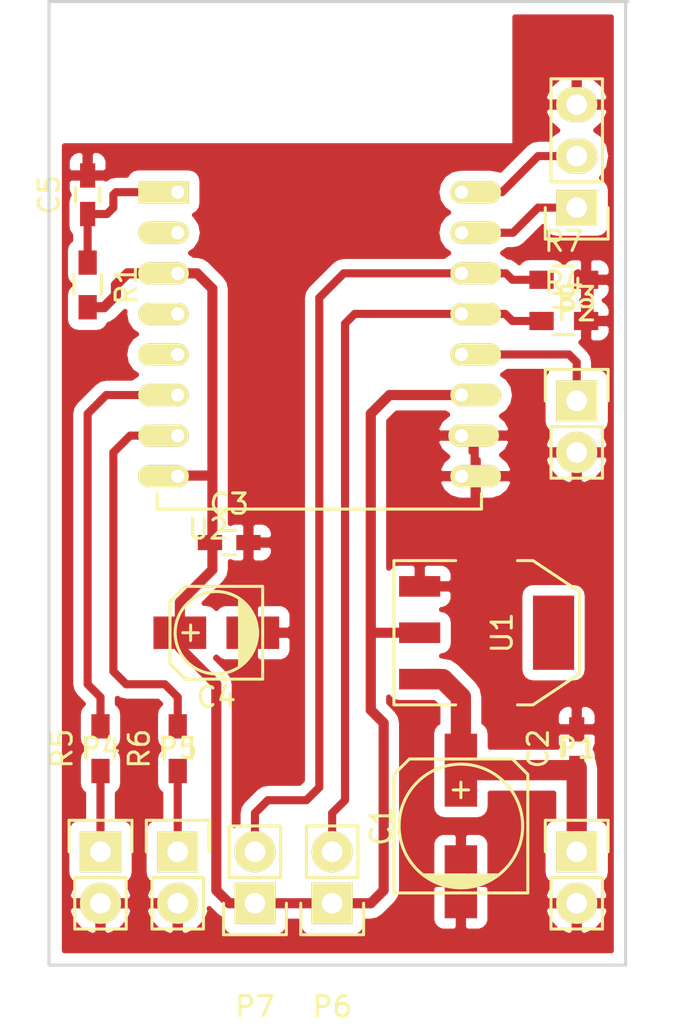
<source format=kicad_pcb>
(kicad_pcb (version 4) (host pcbnew 4.0.2-4+6225~38~ubuntu15.10.1-stable)

  (general
    (links 38)
    (no_connects 0)
    (area 78.711667 73.584999 112.423334 124.185)
    (thickness 1.6)
    (drawings 7)
    (tracks 90)
    (zones 0)
    (modules 19)
    (nets 14)
  )

  (page A4)
  (layers
    (0 F.Cu signal)
    (31 B.Cu signal)
    (32 B.Adhes user)
    (33 F.Adhes user)
    (34 B.Paste user)
    (35 F.Paste user)
    (36 B.SilkS user)
    (37 F.SilkS user)
    (38 B.Mask user)
    (39 F.Mask user)
    (40 Dwgs.User user)
    (41 Cmts.User user)
    (42 Eco1.User user)
    (43 Eco2.User user)
    (44 Edge.Cuts user)
    (45 Margin user)
    (46 B.CrtYd user)
    (47 F.CrtYd user)
    (48 B.Fab user)
    (49 F.Fab user)
  )

  (setup
    (last_trace_width 0.4)
    (trace_clearance 0.2)
    (zone_clearance 0.508)
    (zone_45_only no)
    (trace_min 0.2)
    (segment_width 0.2)
    (edge_width 0.15)
    (via_size 0.6)
    (via_drill 0.4)
    (via_min_size 0.3)
    (via_min_drill 0.4)
    (uvia_size 0.3)
    (uvia_drill 0.1)
    (uvias_allowed no)
    (uvia_min_size 0.2)
    (uvia_min_drill 0.1)
    (pcb_text_width 0.3)
    (pcb_text_size 1.5 1.5)
    (mod_edge_width 0.15)
    (mod_text_size 1 1)
    (mod_text_width 0.15)
    (pad_size 1.524 1.524)
    (pad_drill 0.762)
    (pad_to_mask_clearance 0.2)
    (aux_axis_origin 0 0)
    (visible_elements FFFFFF7F)
    (pcbplotparams
      (layerselection 0x00030_80000001)
      (usegerberextensions false)
      (excludeedgelayer true)
      (linewidth 0.100000)
      (plotframeref false)
      (viasonmask false)
      (mode 1)
      (useauxorigin false)
      (hpglpennumber 1)
      (hpglpenspeed 20)
      (hpglpendiameter 15)
      (hpglpenoverlay 2)
      (psnegative false)
      (psa4output false)
      (plotreference true)
      (plotvalue true)
      (plotinvisibletext false)
      (padsonsilk false)
      (subtractmaskfromsilk false)
      (outputformat 1)
      (mirror false)
      (drillshape 1)
      (scaleselection 1)
      (outputdirectory ""))
  )

  (net 0 "")
  (net 1 +5V)
  (net 2 GND)
  (net 3 +3V3)
  (net 4 "Net-(C5-Pad1)")
  (net 5 /RX)
  (net 6 /TX)
  (net 7 /PROGEN)
  (net 8 "Net-(P4-Pad1)")
  (net 9 "Net-(P5-Pad1)")
  (net 10 "Net-(P6-Pad2)")
  (net 11 "Net-(P7-Pad2)")
  (net 12 /LED_A)
  (net 13 /LED_B)

  (net_class Default "This is the default net class."
    (clearance 0.2)
    (trace_width 0.4)
    (via_dia 0.6)
    (via_drill 0.4)
    (uvia_dia 0.3)
    (uvia_drill 0.1)
    (add_net /LED_A)
    (add_net /LED_B)
    (add_net /PROGEN)
    (add_net /RX)
    (add_net /TX)
    (add_net GND)
    (add_net "Net-(C5-Pad1)")
    (add_net "Net-(P4-Pad1)")
    (add_net "Net-(P5-Pad1)")
    (add_net "Net-(P6-Pad2)")
    (add_net "Net-(P7-Pad2)")
  )

  (net_class pwr33 ""
    (clearance 0.2)
    (trace_width 0.5)
    (via_dia 1.2)
    (via_drill 0.9)
    (uvia_dia 0.3)
    (uvia_drill 0.1)
    (add_net +3V3)
  )

  (net_class pwr5 ""
    (clearance 0.2)
    (trace_width 1)
    (via_dia 0.6)
    (via_drill 0.4)
    (uvia_dia 0.3)
    (uvia_drill 0.1)
    (add_net +5V)
  )

  (module ESP8266:ESP-12 (layer F.Cu) (tedit 55BE5912) (tstamp 570ADFF8)
    (at 87.63 83.058)
    (descr "Module, ESP-8266, ESP-12, 16 pad, SMD")
    (tags "Module ESP-8266 ESP8266")
    (path /570AE005)
    (fp_text reference U2 (at 1.5 16.6) (layer F.SilkS)
      (effects (font (size 1 1) (thickness 0.15)))
    )
    (fp_text value ESP-12 (at 6.992 1) (layer F.Fab)
      (effects (font (size 1 1) (thickness 0.15)))
    )
    (fp_line (start -2.25 -0.5) (end -2.25 -8.75) (layer F.CrtYd) (width 0.05))
    (fp_line (start -2.25 -8.75) (end 15.25 -8.75) (layer F.CrtYd) (width 0.05))
    (fp_line (start 15.25 -8.75) (end 16.25 -8.75) (layer F.CrtYd) (width 0.05))
    (fp_line (start 16.25 -8.75) (end 16.25 16) (layer F.CrtYd) (width 0.05))
    (fp_line (start 16.25 16) (end -2.25 16) (layer F.CrtYd) (width 0.05))
    (fp_line (start -2.25 16) (end -2.25 -0.5) (layer F.CrtYd) (width 0.05))
    (fp_line (start -1.016 -8.382) (end 14.986 -8.382) (layer F.CrtYd) (width 0.1524))
    (fp_line (start 14.986 -8.382) (end 14.986 -0.889) (layer F.CrtYd) (width 0.1524))
    (fp_line (start -1.016 -8.382) (end -1.016 -1.016) (layer F.CrtYd) (width 0.1524))
    (fp_line (start -1.016 14.859) (end -1.016 15.621) (layer F.SilkS) (width 0.1524))
    (fp_line (start -1.016 15.621) (end 14.986 15.621) (layer F.SilkS) (width 0.1524))
    (fp_line (start 14.986 15.621) (end 14.986 14.859) (layer F.SilkS) (width 0.1524))
    (fp_line (start 14.992 -8.4) (end -1.008 -2.6) (layer F.CrtYd) (width 0.1524))
    (fp_line (start -1.008 -8.4) (end 14.992 -2.6) (layer F.CrtYd) (width 0.1524))
    (fp_text user "No Copper" (at 6.892 -5.4) (layer F.CrtYd)
      (effects (font (size 1 1) (thickness 0.15)))
    )
    (fp_line (start -1.008 -2.6) (end 14.992 -2.6) (layer F.CrtYd) (width 0.1524))
    (fp_line (start 15 -8.4) (end 15 15.6) (layer F.Fab) (width 0.05))
    (fp_line (start 14.992 15.6) (end -1.008 15.6) (layer F.Fab) (width 0.05))
    (fp_line (start -1.008 15.6) (end -1.008 -8.4) (layer F.Fab) (width 0.05))
    (fp_line (start -1.008 -8.4) (end 14.992 -8.4) (layer F.Fab) (width 0.05))
    (pad 1 thru_hole rect (at 0 0) (size 2.5 1.1) (drill 0.65 (offset -0.7 0)) (layers *.Cu *.Mask F.SilkS)
      (net 4 "Net-(C5-Pad1)"))
    (pad 2 thru_hole oval (at 0 2) (size 2.5 1.1) (drill 0.65 (offset -0.7 0)) (layers *.Cu *.Mask F.SilkS))
    (pad 3 thru_hole oval (at 0 4) (size 2.5 1.1) (drill 0.65 (offset -0.7 0)) (layers *.Cu *.Mask F.SilkS)
      (net 3 +3V3))
    (pad 4 thru_hole oval (at 0 6) (size 2.5 1.1) (drill 0.65 (offset -0.7 0)) (layers *.Cu *.Mask F.SilkS))
    (pad 5 thru_hole oval (at 0 8) (size 2.5 1.1) (drill 0.65 (offset -0.7 0)) (layers *.Cu *.Mask F.SilkS))
    (pad 6 thru_hole oval (at 0 10) (size 2.5 1.1) (drill 0.65 (offset -0.7 0)) (layers *.Cu *.Mask F.SilkS)
      (net 12 /LED_A))
    (pad 7 thru_hole oval (at 0 12) (size 2.5 1.1) (drill 0.65 (offset -0.7 0)) (layers *.Cu *.Mask F.SilkS)
      (net 13 /LED_B))
    (pad 8 thru_hole oval (at 0 14) (size 2.5 1.1) (drill 0.65 (offset -0.7 0)) (layers *.Cu *.Mask F.SilkS)
      (net 3 +3V3))
    (pad 9 thru_hole oval (at 14 14) (size 2.5 1.1) (drill 0.65 (offset 0.7 0)) (layers *.Cu *.Mask F.SilkS)
      (net 2 GND))
    (pad 10 thru_hole oval (at 14 12) (size 2.5 1.1) (drill 0.65 (offset 0.6 0)) (layers *.Cu *.Mask F.SilkS)
      (net 2 GND))
    (pad 11 thru_hole oval (at 14 10) (size 2.5 1.1) (drill 0.65 (offset 0.7 0)) (layers *.Cu *.Mask F.SilkS)
      (net 3 +3V3))
    (pad 12 thru_hole oval (at 14 8) (size 2.5 1.1) (drill 0.65 (offset 0.7 0)) (layers *.Cu *.Mask F.SilkS)
      (net 7 /PROGEN))
    (pad 13 thru_hole oval (at 14 6) (size 2.5 1.1) (drill 0.65 (offset 0.7 0)) (layers *.Cu *.Mask F.SilkS)
      (net 10 "Net-(P6-Pad2)"))
    (pad 14 thru_hole oval (at 14 4) (size 2.5 1.1) (drill 0.65 (offset 0.7 0)) (layers *.Cu *.Mask F.SilkS)
      (net 11 "Net-(P7-Pad2)"))
    (pad 15 thru_hole oval (at 14 2) (size 2.5 1.1) (drill 0.65 (offset 0.7 0)) (layers *.Cu *.Mask F.SilkS)
      (net 5 /RX))
    (pad 16 thru_hole oval (at 14 0) (size 2.5 1.1) (drill 0.65 (offset 0.7 0)) (layers *.Cu *.Mask F.SilkS)
      (net 6 /TX))
    (model ${ESPLIB}/ESP8266.3dshapes/ESP-12.wrl
      (at (xyz 0 0 0))
      (scale (xyz 0.3937 0.3937 0.3937))
      (rotate (xyz 0 0 0))
    )
  )

  (module Pin_Headers:Pin_Header_Straight_1x02 (layer F.Cu) (tedit 54EA090C) (tstamp 570979F1)
    (at 87.63 115.57)
    (descr "Through hole pin header")
    (tags "pin header")
    (path /5706C382)
    (fp_text reference P5 (at 0 -5.1) (layer F.SilkS)
      (effects (font (size 1 1) (thickness 0.15)))
    )
    (fp_text value CONN_01X02 (at 0 -3.1) (layer F.Fab)
      (effects (font (size 1 1) (thickness 0.15)))
    )
    (fp_line (start 1.27 1.27) (end 1.27 3.81) (layer F.SilkS) (width 0.15))
    (fp_line (start 1.55 -1.55) (end 1.55 0) (layer F.SilkS) (width 0.15))
    (fp_line (start -1.75 -1.75) (end -1.75 4.3) (layer F.CrtYd) (width 0.05))
    (fp_line (start 1.75 -1.75) (end 1.75 4.3) (layer F.CrtYd) (width 0.05))
    (fp_line (start -1.75 -1.75) (end 1.75 -1.75) (layer F.CrtYd) (width 0.05))
    (fp_line (start -1.75 4.3) (end 1.75 4.3) (layer F.CrtYd) (width 0.05))
    (fp_line (start 1.27 1.27) (end -1.27 1.27) (layer F.SilkS) (width 0.15))
    (fp_line (start -1.55 0) (end -1.55 -1.55) (layer F.SilkS) (width 0.15))
    (fp_line (start -1.55 -1.55) (end 1.55 -1.55) (layer F.SilkS) (width 0.15))
    (fp_line (start -1.27 1.27) (end -1.27 3.81) (layer F.SilkS) (width 0.15))
    (fp_line (start -1.27 3.81) (end 1.27 3.81) (layer F.SilkS) (width 0.15))
    (pad 1 thru_hole rect (at 0 0) (size 2.032 2.032) (drill 1.016) (layers *.Cu *.Mask F.SilkS)
      (net 9 "Net-(P5-Pad1)"))
    (pad 2 thru_hole oval (at 0 2.54) (size 2.032 2.032) (drill 1.016) (layers *.Cu *.Mask F.SilkS)
      (net 2 GND))
    (model Pin_Headers.3dshapes/Pin_Header_Straight_1x02.wrl
      (at (xyz 0 -0.05 0))
      (scale (xyz 1 1 1))
      (rotate (xyz 0 0 90))
    )
  )

  (module Capacitors_SMD:C_0603_HandSoldering (layer F.Cu) (tedit 541A9B4D) (tstamp 570979C0)
    (at 107.315 110.49 90)
    (descr "Capacitor SMD 0603, hand soldering")
    (tags "capacitor 0603")
    (path /57081A3F)
    (attr smd)
    (fp_text reference C2 (at 0 -1.9 90) (layer F.SilkS)
      (effects (font (size 1 1) (thickness 0.15)))
    )
    (fp_text value 100n (at 0 1.9 90) (layer F.Fab)
      (effects (font (size 1 1) (thickness 0.15)))
    )
    (fp_line (start -1.85 -0.75) (end 1.85 -0.75) (layer F.CrtYd) (width 0.05))
    (fp_line (start -1.85 0.75) (end 1.85 0.75) (layer F.CrtYd) (width 0.05))
    (fp_line (start -1.85 -0.75) (end -1.85 0.75) (layer F.CrtYd) (width 0.05))
    (fp_line (start 1.85 -0.75) (end 1.85 0.75) (layer F.CrtYd) (width 0.05))
    (fp_line (start -0.35 -0.6) (end 0.35 -0.6) (layer F.SilkS) (width 0.15))
    (fp_line (start 0.35 0.6) (end -0.35 0.6) (layer F.SilkS) (width 0.15))
    (pad 1 smd rect (at -0.95 0 90) (size 1.2 0.75) (layers F.Cu F.Paste F.Mask)
      (net 1 +5V))
    (pad 2 smd rect (at 0.95 0 90) (size 1.2 0.75) (layers F.Cu F.Paste F.Mask)
      (net 2 GND))
    (model Capacitors_SMD.3dshapes/C_0603_HandSoldering.wrl
      (at (xyz 0 0 0))
      (scale (xyz 1 1 1))
      (rotate (xyz 0 0 0))
    )
  )

  (module Capacitors_SMD:C_0603_HandSoldering (layer F.Cu) (tedit 570FF40E) (tstamp 570979C6)
    (at 90.17 100.33)
    (descr "Capacitor SMD 0603, hand soldering")
    (tags "capacitor 0603")
    (path /57081A7C)
    (attr smd)
    (fp_text reference C3 (at 0 -1.9) (layer F.SilkS)
      (effects (font (size 1 1) (thickness 0.15)))
    )
    (fp_text value 100n (at 0 1.524) (layer F.Fab)
      (effects (font (size 1 1) (thickness 0.15)))
    )
    (fp_line (start -1.85 -0.75) (end 1.85 -0.75) (layer F.CrtYd) (width 0.05))
    (fp_line (start -1.85 0.75) (end 1.85 0.75) (layer F.CrtYd) (width 0.05))
    (fp_line (start -1.85 -0.75) (end -1.85 0.75) (layer F.CrtYd) (width 0.05))
    (fp_line (start 1.85 -0.75) (end 1.85 0.75) (layer F.CrtYd) (width 0.05))
    (fp_line (start -0.35 -0.6) (end 0.35 -0.6) (layer F.SilkS) (width 0.15))
    (fp_line (start 0.35 0.6) (end -0.35 0.6) (layer F.SilkS) (width 0.15))
    (pad 1 smd rect (at -0.95 0) (size 1.2 0.75) (layers F.Cu F.Paste F.Mask)
      (net 3 +3V3))
    (pad 2 smd rect (at 0.95 0) (size 1.2 0.75) (layers F.Cu F.Paste F.Mask)
      (net 2 GND))
    (model Capacitors_SMD.3dshapes/C_0603_HandSoldering.wrl
      (at (xyz 0 0 0))
      (scale (xyz 1 1 1))
      (rotate (xyz 0 0 0))
    )
  )

  (module Capacitors_SMD:C_0603_HandSoldering (layer F.Cu) (tedit 541A9B4D) (tstamp 570979D2)
    (at 83.185 83.185 90)
    (descr "Capacitor SMD 0603, hand soldering")
    (tags "capacitor 0603")
    (path /570A0C4F)
    (attr smd)
    (fp_text reference C5 (at 0 -1.9 90) (layer F.SilkS)
      (effects (font (size 1 1) (thickness 0.15)))
    )
    (fp_text value 100n (at 0 1.9 90) (layer F.Fab)
      (effects (font (size 1 1) (thickness 0.15)))
    )
    (fp_line (start -1.85 -0.75) (end 1.85 -0.75) (layer F.CrtYd) (width 0.05))
    (fp_line (start -1.85 0.75) (end 1.85 0.75) (layer F.CrtYd) (width 0.05))
    (fp_line (start -1.85 -0.75) (end -1.85 0.75) (layer F.CrtYd) (width 0.05))
    (fp_line (start 1.85 -0.75) (end 1.85 0.75) (layer F.CrtYd) (width 0.05))
    (fp_line (start -0.35 -0.6) (end 0.35 -0.6) (layer F.SilkS) (width 0.15))
    (fp_line (start 0.35 0.6) (end -0.35 0.6) (layer F.SilkS) (width 0.15))
    (pad 1 smd rect (at -0.95 0 90) (size 1.2 0.75) (layers F.Cu F.Paste F.Mask)
      (net 4 "Net-(C5-Pad1)"))
    (pad 2 smd rect (at 0.95 0 90) (size 1.2 0.75) (layers F.Cu F.Paste F.Mask)
      (net 2 GND))
    (model Capacitors_SMD.3dshapes/C_0603_HandSoldering.wrl
      (at (xyz 0 0 0))
      (scale (xyz 1 1 1))
      (rotate (xyz 0 0 0))
    )
  )

  (module Pin_Headers:Pin_Header_Straight_1x02 (layer F.Cu) (tedit 54EA090C) (tstamp 570979D8)
    (at 107.315 115.57)
    (descr "Through hole pin header")
    (tags "pin header")
    (path /5706C26C)
    (fp_text reference P1 (at 0 -5.1) (layer F.SilkS)
      (effects (font (size 1 1) (thickness 0.15)))
    )
    (fp_text value CONN_01X02 (at 0 -3.1) (layer F.Fab)
      (effects (font (size 1 1) (thickness 0.15)))
    )
    (fp_line (start 1.27 1.27) (end 1.27 3.81) (layer F.SilkS) (width 0.15))
    (fp_line (start 1.55 -1.55) (end 1.55 0) (layer F.SilkS) (width 0.15))
    (fp_line (start -1.75 -1.75) (end -1.75 4.3) (layer F.CrtYd) (width 0.05))
    (fp_line (start 1.75 -1.75) (end 1.75 4.3) (layer F.CrtYd) (width 0.05))
    (fp_line (start -1.75 -1.75) (end 1.75 -1.75) (layer F.CrtYd) (width 0.05))
    (fp_line (start -1.75 4.3) (end 1.75 4.3) (layer F.CrtYd) (width 0.05))
    (fp_line (start 1.27 1.27) (end -1.27 1.27) (layer F.SilkS) (width 0.15))
    (fp_line (start -1.55 0) (end -1.55 -1.55) (layer F.SilkS) (width 0.15))
    (fp_line (start -1.55 -1.55) (end 1.55 -1.55) (layer F.SilkS) (width 0.15))
    (fp_line (start -1.27 1.27) (end -1.27 3.81) (layer F.SilkS) (width 0.15))
    (fp_line (start -1.27 3.81) (end 1.27 3.81) (layer F.SilkS) (width 0.15))
    (pad 1 thru_hole rect (at 0 0) (size 2.032 2.032) (drill 1.016) (layers *.Cu *.Mask F.SilkS)
      (net 1 +5V))
    (pad 2 thru_hole oval (at 0 2.54) (size 2.032 2.032) (drill 1.016) (layers *.Cu *.Mask F.SilkS)
      (net 2 GND))
    (model Pin_Headers.3dshapes/Pin_Header_Straight_1x02.wrl
      (at (xyz 0 -0.05 0))
      (scale (xyz 1 1 1))
      (rotate (xyz 0 0 90))
    )
  )

  (module Pin_Headers:Pin_Header_Straight_1x03 (layer F.Cu) (tedit 57098929) (tstamp 570979DF)
    (at 107.315 83.82 180)
    (descr "Through hole pin header")
    (tags "pin header")
    (path /57081F1F)
    (fp_text reference P2 (at 0 -5.08 180) (layer F.SilkS)
      (effects (font (size 1 1) (thickness 0.15)))
    )
    (fp_text value CONN_01X03 (at 0 -3.1 180) (layer F.Fab)
      (effects (font (size 1 1) (thickness 0.15)))
    )
    (fp_line (start -1.75 -1.75) (end -1.75 6.85) (layer F.CrtYd) (width 0.05))
    (fp_line (start 1.75 -1.75) (end 1.75 6.85) (layer F.CrtYd) (width 0.05))
    (fp_line (start -1.75 -1.75) (end 1.75 -1.75) (layer F.CrtYd) (width 0.05))
    (fp_line (start -1.75 6.85) (end 1.75 6.85) (layer F.CrtYd) (width 0.05))
    (fp_line (start -1.27 1.27) (end -1.27 6.35) (layer F.SilkS) (width 0.15))
    (fp_line (start -1.27 6.35) (end 1.27 6.35) (layer F.SilkS) (width 0.15))
    (fp_line (start 1.27 6.35) (end 1.27 1.27) (layer F.SilkS) (width 0.15))
    (fp_line (start 1.55 -1.55) (end 1.55 0) (layer F.SilkS) (width 0.15))
    (fp_line (start 1.27 1.27) (end -1.27 1.27) (layer F.SilkS) (width 0.15))
    (fp_line (start -1.55 0) (end -1.55 -1.55) (layer F.SilkS) (width 0.15))
    (fp_line (start -1.55 -1.55) (end 1.55 -1.55) (layer F.SilkS) (width 0.15))
    (pad 1 thru_hole rect (at 0 0 180) (size 2.032 1.7272) (drill 1.016) (layers *.Cu *.Mask F.SilkS)
      (net 5 /RX))
    (pad 2 thru_hole oval (at 0 2.54 180) (size 2.032 1.7272) (drill 1.016) (layers *.Cu *.Mask F.SilkS)
      (net 6 /TX))
    (pad 3 thru_hole oval (at 0 5.08 180) (size 2.032 1.7272) (drill 1.016) (layers *.Cu *.Mask F.SilkS)
      (net 2 GND))
    (model Pin_Headers.3dshapes/Pin_Header_Straight_1x03.wrl
      (at (xyz 0 -0.1 0))
      (scale (xyz 1 1 1))
      (rotate (xyz 0 0 90))
    )
  )

  (module Pin_Headers:Pin_Header_Straight_1x02 (layer F.Cu) (tedit 54EA090C) (tstamp 570979E5)
    (at 107.315 93.345)
    (descr "Through hole pin header")
    (tags "pin header")
    (path /57083328)
    (fp_text reference P3 (at 0 -5.1) (layer F.SilkS)
      (effects (font (size 1 1) (thickness 0.15)))
    )
    (fp_text value CONN_01X02 (at 0 -3.1) (layer F.Fab)
      (effects (font (size 1 1) (thickness 0.15)))
    )
    (fp_line (start 1.27 1.27) (end 1.27 3.81) (layer F.SilkS) (width 0.15))
    (fp_line (start 1.55 -1.55) (end 1.55 0) (layer F.SilkS) (width 0.15))
    (fp_line (start -1.75 -1.75) (end -1.75 4.3) (layer F.CrtYd) (width 0.05))
    (fp_line (start 1.75 -1.75) (end 1.75 4.3) (layer F.CrtYd) (width 0.05))
    (fp_line (start -1.75 -1.75) (end 1.75 -1.75) (layer F.CrtYd) (width 0.05))
    (fp_line (start -1.75 4.3) (end 1.75 4.3) (layer F.CrtYd) (width 0.05))
    (fp_line (start 1.27 1.27) (end -1.27 1.27) (layer F.SilkS) (width 0.15))
    (fp_line (start -1.55 0) (end -1.55 -1.55) (layer F.SilkS) (width 0.15))
    (fp_line (start -1.55 -1.55) (end 1.55 -1.55) (layer F.SilkS) (width 0.15))
    (fp_line (start -1.27 1.27) (end -1.27 3.81) (layer F.SilkS) (width 0.15))
    (fp_line (start -1.27 3.81) (end 1.27 3.81) (layer F.SilkS) (width 0.15))
    (pad 1 thru_hole rect (at 0 0) (size 2.032 2.032) (drill 1.016) (layers *.Cu *.Mask F.SilkS)
      (net 7 /PROGEN))
    (pad 2 thru_hole oval (at 0 2.54) (size 2.032 2.032) (drill 1.016) (layers *.Cu *.Mask F.SilkS)
      (net 2 GND))
    (model Pin_Headers.3dshapes/Pin_Header_Straight_1x02.wrl
      (at (xyz 0 -0.05 0))
      (scale (xyz 1 1 1))
      (rotate (xyz 0 0 90))
    )
  )

  (module Pin_Headers:Pin_Header_Straight_1x02 (layer F.Cu) (tedit 54EA090C) (tstamp 570979EB)
    (at 83.82 115.57)
    (descr "Through hole pin header")
    (tags "pin header")
    (path /5706C321)
    (fp_text reference P4 (at 0 -5.1) (layer F.SilkS)
      (effects (font (size 1 1) (thickness 0.15)))
    )
    (fp_text value CONN_01X02 (at 0 -3.1) (layer F.Fab)
      (effects (font (size 1 1) (thickness 0.15)))
    )
    (fp_line (start 1.27 1.27) (end 1.27 3.81) (layer F.SilkS) (width 0.15))
    (fp_line (start 1.55 -1.55) (end 1.55 0) (layer F.SilkS) (width 0.15))
    (fp_line (start -1.75 -1.75) (end -1.75 4.3) (layer F.CrtYd) (width 0.05))
    (fp_line (start 1.75 -1.75) (end 1.75 4.3) (layer F.CrtYd) (width 0.05))
    (fp_line (start -1.75 -1.75) (end 1.75 -1.75) (layer F.CrtYd) (width 0.05))
    (fp_line (start -1.75 4.3) (end 1.75 4.3) (layer F.CrtYd) (width 0.05))
    (fp_line (start 1.27 1.27) (end -1.27 1.27) (layer F.SilkS) (width 0.15))
    (fp_line (start -1.55 0) (end -1.55 -1.55) (layer F.SilkS) (width 0.15))
    (fp_line (start -1.55 -1.55) (end 1.55 -1.55) (layer F.SilkS) (width 0.15))
    (fp_line (start -1.27 1.27) (end -1.27 3.81) (layer F.SilkS) (width 0.15))
    (fp_line (start -1.27 3.81) (end 1.27 3.81) (layer F.SilkS) (width 0.15))
    (pad 1 thru_hole rect (at 0 0) (size 2.032 2.032) (drill 1.016) (layers *.Cu *.Mask F.SilkS)
      (net 8 "Net-(P4-Pad1)"))
    (pad 2 thru_hole oval (at 0 2.54) (size 2.032 2.032) (drill 1.016) (layers *.Cu *.Mask F.SilkS)
      (net 2 GND))
    (model Pin_Headers.3dshapes/Pin_Header_Straight_1x02.wrl
      (at (xyz 0 -0.05 0))
      (scale (xyz 1 1 1))
      (rotate (xyz 0 0 90))
    )
  )

  (module Pin_Headers:Pin_Header_Straight_1x02 (layer F.Cu) (tedit 54EA090C) (tstamp 570979F7)
    (at 95.25 118.11 180)
    (descr "Through hole pin header")
    (tags "pin header")
    (path /5706C4E6)
    (fp_text reference P6 (at 0 -5.1 180) (layer F.SilkS)
      (effects (font (size 1 1) (thickness 0.15)))
    )
    (fp_text value CONN_01X02 (at 0 -3.1 180) (layer F.Fab)
      (effects (font (size 1 1) (thickness 0.15)))
    )
    (fp_line (start 1.27 1.27) (end 1.27 3.81) (layer F.SilkS) (width 0.15))
    (fp_line (start 1.55 -1.55) (end 1.55 0) (layer F.SilkS) (width 0.15))
    (fp_line (start -1.75 -1.75) (end -1.75 4.3) (layer F.CrtYd) (width 0.05))
    (fp_line (start 1.75 -1.75) (end 1.75 4.3) (layer F.CrtYd) (width 0.05))
    (fp_line (start -1.75 -1.75) (end 1.75 -1.75) (layer F.CrtYd) (width 0.05))
    (fp_line (start -1.75 4.3) (end 1.75 4.3) (layer F.CrtYd) (width 0.05))
    (fp_line (start 1.27 1.27) (end -1.27 1.27) (layer F.SilkS) (width 0.15))
    (fp_line (start -1.55 0) (end -1.55 -1.55) (layer F.SilkS) (width 0.15))
    (fp_line (start -1.55 -1.55) (end 1.55 -1.55) (layer F.SilkS) (width 0.15))
    (fp_line (start -1.27 1.27) (end -1.27 3.81) (layer F.SilkS) (width 0.15))
    (fp_line (start -1.27 3.81) (end 1.27 3.81) (layer F.SilkS) (width 0.15))
    (pad 1 thru_hole rect (at 0 0 180) (size 2.032 2.032) (drill 1.016) (layers *.Cu *.Mask F.SilkS)
      (net 3 +3V3))
    (pad 2 thru_hole oval (at 0 2.54 180) (size 2.032 2.032) (drill 1.016) (layers *.Cu *.Mask F.SilkS)
      (net 10 "Net-(P6-Pad2)"))
    (model Pin_Headers.3dshapes/Pin_Header_Straight_1x02.wrl
      (at (xyz 0 -0.05 0))
      (scale (xyz 1 1 1))
      (rotate (xyz 0 0 90))
    )
  )

  (module Pin_Headers:Pin_Header_Straight_1x02 (layer F.Cu) (tedit 570ADA83) (tstamp 570979FD)
    (at 91.44 118.11 180)
    (descr "Through hole pin header")
    (tags "pin header")
    (path /5706C3E9)
    (fp_text reference P7 (at 0 -5.1 180) (layer F.SilkS)
      (effects (font (size 1 1) (thickness 0.15)))
    )
    (fp_text value CONN_01X02 (at 0 -2.54 180) (layer F.Fab)
      (effects (font (size 1 1) (thickness 0.15)))
    )
    (fp_line (start 1.27 1.27) (end 1.27 3.81) (layer F.SilkS) (width 0.15))
    (fp_line (start 1.55 -1.55) (end 1.55 0) (layer F.SilkS) (width 0.15))
    (fp_line (start -1.75 -1.75) (end -1.75 4.3) (layer F.CrtYd) (width 0.05))
    (fp_line (start 1.75 -1.75) (end 1.75 4.3) (layer F.CrtYd) (width 0.05))
    (fp_line (start -1.75 -1.75) (end 1.75 -1.75) (layer F.CrtYd) (width 0.05))
    (fp_line (start -1.75 4.3) (end 1.75 4.3) (layer F.CrtYd) (width 0.05))
    (fp_line (start 1.27 1.27) (end -1.27 1.27) (layer F.SilkS) (width 0.15))
    (fp_line (start -1.55 0) (end -1.55 -1.55) (layer F.SilkS) (width 0.15))
    (fp_line (start -1.55 -1.55) (end 1.55 -1.55) (layer F.SilkS) (width 0.15))
    (fp_line (start -1.27 1.27) (end -1.27 3.81) (layer F.SilkS) (width 0.15))
    (fp_line (start -1.27 3.81) (end 1.27 3.81) (layer F.SilkS) (width 0.15))
    (pad 1 thru_hole rect (at 0 0 180) (size 2.032 2.032) (drill 1.016) (layers *.Cu *.Mask F.SilkS)
      (net 3 +3V3))
    (pad 2 thru_hole oval (at 0 2.54 180) (size 2.032 2.032) (drill 1.016) (layers *.Cu *.Mask F.SilkS)
      (net 11 "Net-(P7-Pad2)"))
    (model Pin_Headers.3dshapes/Pin_Header_Straight_1x02.wrl
      (at (xyz 0 -0.05 0))
      (scale (xyz 1 1 1))
      (rotate (xyz 0 0 90))
    )
  )

  (module Resistors_SMD:R_0603_HandSoldering (layer F.Cu) (tedit 5418A00F) (tstamp 57097A03)
    (at 83.185 87.63 270)
    (descr "Resistor SMD 0603, hand soldering")
    (tags "resistor 0603")
    (path /5709FF63)
    (attr smd)
    (fp_text reference R1 (at 0 -1.9 270) (layer F.SilkS)
      (effects (font (size 1 1) (thickness 0.15)))
    )
    (fp_text value R (at 0 1.9 270) (layer F.Fab)
      (effects (font (size 1 1) (thickness 0.15)))
    )
    (fp_line (start -2 -0.8) (end 2 -0.8) (layer F.CrtYd) (width 0.05))
    (fp_line (start -2 0.8) (end 2 0.8) (layer F.CrtYd) (width 0.05))
    (fp_line (start -2 -0.8) (end -2 0.8) (layer F.CrtYd) (width 0.05))
    (fp_line (start 2 -0.8) (end 2 0.8) (layer F.CrtYd) (width 0.05))
    (fp_line (start 0.5 0.675) (end -0.5 0.675) (layer F.SilkS) (width 0.15))
    (fp_line (start -0.5 -0.675) (end 0.5 -0.675) (layer F.SilkS) (width 0.15))
    (pad 1 smd rect (at -1.1 0 270) (size 1.2 0.9) (layers F.Cu F.Paste F.Mask)
      (net 4 "Net-(C5-Pad1)"))
    (pad 2 smd rect (at 1.1 0 270) (size 1.2 0.9) (layers F.Cu F.Paste F.Mask)
      (net 3 +3V3))
    (model Resistors_SMD.3dshapes/R_0603_HandSoldering.wrl
      (at (xyz 0 0 0))
      (scale (xyz 1 1 1))
      (rotate (xyz 0 0 0))
    )
  )

  (module Resistors_SMD:R_0603_HandSoldering (layer F.Cu) (tedit 5418A00F) (tstamp 57097A15)
    (at 106.68 89.408)
    (descr "Resistor SMD 0603, hand soldering")
    (tags "resistor 0603")
    (path /5706E200)
    (attr smd)
    (fp_text reference R4 (at 0 -1.9) (layer F.SilkS)
      (effects (font (size 1 1) (thickness 0.15)))
    )
    (fp_text value R (at 0 1.9) (layer F.Fab)
      (effects (font (size 1 1) (thickness 0.15)))
    )
    (fp_line (start -2 -0.8) (end 2 -0.8) (layer F.CrtYd) (width 0.05))
    (fp_line (start -2 0.8) (end 2 0.8) (layer F.CrtYd) (width 0.05))
    (fp_line (start -2 -0.8) (end -2 0.8) (layer F.CrtYd) (width 0.05))
    (fp_line (start 2 -0.8) (end 2 0.8) (layer F.CrtYd) (width 0.05))
    (fp_line (start 0.5 0.675) (end -0.5 0.675) (layer F.SilkS) (width 0.15))
    (fp_line (start -0.5 -0.675) (end 0.5 -0.675) (layer F.SilkS) (width 0.15))
    (pad 1 smd rect (at -1.1 0) (size 1.2 0.9) (layers F.Cu F.Paste F.Mask)
      (net 10 "Net-(P6-Pad2)"))
    (pad 2 smd rect (at 1.1 0) (size 1.2 0.9) (layers F.Cu F.Paste F.Mask)
      (net 2 GND))
    (model Resistors_SMD.3dshapes/R_0603_HandSoldering.wrl
      (at (xyz 0 0 0))
      (scale (xyz 1 1 1))
      (rotate (xyz 0 0 0))
    )
  )

  (module Resistors_SMD:R_0603_HandSoldering (layer F.Cu) (tedit 5418A00F) (tstamp 57097A1B)
    (at 83.82 110.49 90)
    (descr "Resistor SMD 0603, hand soldering")
    (tags "resistor 0603")
    (path /5706FD74)
    (attr smd)
    (fp_text reference R5 (at 0 -1.9 90) (layer F.SilkS)
      (effects (font (size 1 1) (thickness 0.15)))
    )
    (fp_text value R (at 0 1.9 90) (layer F.Fab)
      (effects (font (size 1 1) (thickness 0.15)))
    )
    (fp_line (start -2 -0.8) (end 2 -0.8) (layer F.CrtYd) (width 0.05))
    (fp_line (start -2 0.8) (end 2 0.8) (layer F.CrtYd) (width 0.05))
    (fp_line (start -2 -0.8) (end -2 0.8) (layer F.CrtYd) (width 0.05))
    (fp_line (start 2 -0.8) (end 2 0.8) (layer F.CrtYd) (width 0.05))
    (fp_line (start 0.5 0.675) (end -0.5 0.675) (layer F.SilkS) (width 0.15))
    (fp_line (start -0.5 -0.675) (end 0.5 -0.675) (layer F.SilkS) (width 0.15))
    (pad 1 smd rect (at -1.1 0 90) (size 1.2 0.9) (layers F.Cu F.Paste F.Mask)
      (net 8 "Net-(P4-Pad1)"))
    (pad 2 smd rect (at 1.1 0 90) (size 1.2 0.9) (layers F.Cu F.Paste F.Mask)
      (net 12 /LED_A))
    (model Resistors_SMD.3dshapes/R_0603_HandSoldering.wrl
      (at (xyz 0 0 0))
      (scale (xyz 1 1 1))
      (rotate (xyz 0 0 0))
    )
  )

  (module Resistors_SMD:R_0603_HandSoldering (layer F.Cu) (tedit 5418A00F) (tstamp 57097A21)
    (at 87.63 110.49 90)
    (descr "Resistor SMD 0603, hand soldering")
    (tags "resistor 0603")
    (path /57070ABE)
    (attr smd)
    (fp_text reference R6 (at 0 -1.9 90) (layer F.SilkS)
      (effects (font (size 1 1) (thickness 0.15)))
    )
    (fp_text value R (at 0 1.9 90) (layer F.Fab)
      (effects (font (size 1 1) (thickness 0.15)))
    )
    (fp_line (start -2 -0.8) (end 2 -0.8) (layer F.CrtYd) (width 0.05))
    (fp_line (start -2 0.8) (end 2 0.8) (layer F.CrtYd) (width 0.05))
    (fp_line (start -2 -0.8) (end -2 0.8) (layer F.CrtYd) (width 0.05))
    (fp_line (start 2 -0.8) (end 2 0.8) (layer F.CrtYd) (width 0.05))
    (fp_line (start 0.5 0.675) (end -0.5 0.675) (layer F.SilkS) (width 0.15))
    (fp_line (start -0.5 -0.675) (end 0.5 -0.675) (layer F.SilkS) (width 0.15))
    (pad 1 smd rect (at -1.1 0 90) (size 1.2 0.9) (layers F.Cu F.Paste F.Mask)
      (net 9 "Net-(P5-Pad1)"))
    (pad 2 smd rect (at 1.1 0 90) (size 1.2 0.9) (layers F.Cu F.Paste F.Mask)
      (net 13 /LED_B))
    (model Resistors_SMD.3dshapes/R_0603_HandSoldering.wrl
      (at (xyz 0 0 0))
      (scale (xyz 1 1 1))
      (rotate (xyz 0 0 0))
    )
  )

  (module Resistors_SMD:R_0603_HandSoldering (layer F.Cu) (tedit 5418A00F) (tstamp 57097A27)
    (at 106.68 87.376)
    (descr "Resistor SMD 0603, hand soldering")
    (tags "resistor 0603")
    (path /5706E29D)
    (attr smd)
    (fp_text reference R7 (at 0 -1.9) (layer F.SilkS)
      (effects (font (size 1 1) (thickness 0.15)))
    )
    (fp_text value R (at 0 1.9) (layer F.Fab)
      (effects (font (size 1 1) (thickness 0.15)))
    )
    (fp_line (start -2 -0.8) (end 2 -0.8) (layer F.CrtYd) (width 0.05))
    (fp_line (start -2 0.8) (end 2 0.8) (layer F.CrtYd) (width 0.05))
    (fp_line (start -2 -0.8) (end -2 0.8) (layer F.CrtYd) (width 0.05))
    (fp_line (start 2 -0.8) (end 2 0.8) (layer F.CrtYd) (width 0.05))
    (fp_line (start 0.5 0.675) (end -0.5 0.675) (layer F.SilkS) (width 0.15))
    (fp_line (start -0.5 -0.675) (end 0.5 -0.675) (layer F.SilkS) (width 0.15))
    (pad 1 smd rect (at -1.1 0) (size 1.2 0.9) (layers F.Cu F.Paste F.Mask)
      (net 11 "Net-(P7-Pad2)"))
    (pad 2 smd rect (at 1.1 0) (size 1.2 0.9) (layers F.Cu F.Paste F.Mask)
      (net 2 GND))
    (model Resistors_SMD.3dshapes/R_0603_HandSoldering.wrl
      (at (xyz 0 0 0))
      (scale (xyz 1 1 1))
      (rotate (xyz 0 0 0))
    )
  )

  (module TO_SOT_Packages_SMD:SOT-223 (layer F.Cu) (tedit 0) (tstamp 57097A2F)
    (at 102.87 104.775 270)
    (descr "module CMS SOT223 4 pins")
    (tags "CMS SOT")
    (path /5706C131)
    (attr smd)
    (fp_text reference U1 (at 0 -0.762 270) (layer F.SilkS)
      (effects (font (size 1 1) (thickness 0.15)))
    )
    (fp_text value LD1117S33TR (at 0 0.762 270) (layer F.Fab)
      (effects (font (size 1 1) (thickness 0.15)))
    )
    (fp_line (start -3.556 1.524) (end -3.556 4.572) (layer F.SilkS) (width 0.15))
    (fp_line (start -3.556 4.572) (end 3.556 4.572) (layer F.SilkS) (width 0.15))
    (fp_line (start 3.556 4.572) (end 3.556 1.524) (layer F.SilkS) (width 0.15))
    (fp_line (start -3.556 -1.524) (end -3.556 -2.286) (layer F.SilkS) (width 0.15))
    (fp_line (start -3.556 -2.286) (end -2.032 -4.572) (layer F.SilkS) (width 0.15))
    (fp_line (start -2.032 -4.572) (end 2.032 -4.572) (layer F.SilkS) (width 0.15))
    (fp_line (start 2.032 -4.572) (end 3.556 -2.286) (layer F.SilkS) (width 0.15))
    (fp_line (start 3.556 -2.286) (end 3.556 -1.524) (layer F.SilkS) (width 0.15))
    (pad 4 smd rect (at 0 -3.302 270) (size 3.6576 2.032) (layers F.Cu F.Paste F.Mask))
    (pad 2 smd rect (at 0 3.302 270) (size 1.016 2.032) (layers F.Cu F.Paste F.Mask)
      (net 3 +3V3))
    (pad 3 smd rect (at 2.286 3.302 270) (size 1.016 2.032) (layers F.Cu F.Paste F.Mask)
      (net 1 +5V))
    (pad 1 smd rect (at -2.286 3.302 270) (size 1.016 2.032) (layers F.Cu F.Paste F.Mask)
      (net 2 GND))
    (model TO_SOT_Packages_SMD.3dshapes/SOT-223.wrl
      (at (xyz 0 0 0))
      (scale (xyz 0.4 0.4 0.4))
      (rotate (xyz 0 0 0))
    )
  )

  (module Capacitors_SMD:c_elec_6.3x5.7 (layer F.Cu) (tedit 55726012) (tstamp 570FC908)
    (at 101.6 114.3 90)
    (descr "SMT capacitor, aluminium electrolytic, 6.3x5.7")
    (path /5709795D)
    (attr smd)
    (fp_text reference C1 (at 0 -3.937 90) (layer F.SilkS)
      (effects (font (size 1 1) (thickness 0.15)))
    )
    (fp_text value 100µ (at 0 3.81 90) (layer F.Fab)
      (effects (font (size 1 1) (thickness 0.15)))
    )
    (fp_line (start -4.85 -3.65) (end 4.85 -3.65) (layer F.CrtYd) (width 0.05))
    (fp_line (start 4.85 -3.65) (end 4.85 3.65) (layer F.CrtYd) (width 0.05))
    (fp_line (start 4.85 3.65) (end -4.85 3.65) (layer F.CrtYd) (width 0.05))
    (fp_line (start -4.85 3.65) (end -4.85 -3.65) (layer F.CrtYd) (width 0.05))
    (fp_line (start -2.921 -0.762) (end -2.921 0.762) (layer F.SilkS) (width 0.15))
    (fp_line (start -2.794 1.143) (end -2.794 -1.143) (layer F.SilkS) (width 0.15))
    (fp_line (start -2.667 -1.397) (end -2.667 1.397) (layer F.SilkS) (width 0.15))
    (fp_line (start -2.54 1.651) (end -2.54 -1.651) (layer F.SilkS) (width 0.15))
    (fp_line (start -2.413 -1.778) (end -2.413 1.778) (layer F.SilkS) (width 0.15))
    (fp_line (start -3.302 -3.302) (end -3.302 3.302) (layer F.SilkS) (width 0.15))
    (fp_line (start -3.302 3.302) (end 2.54 3.302) (layer F.SilkS) (width 0.15))
    (fp_line (start 2.54 3.302) (end 3.302 2.54) (layer F.SilkS) (width 0.15))
    (fp_line (start 3.302 2.54) (end 3.302 -2.54) (layer F.SilkS) (width 0.15))
    (fp_line (start 3.302 -2.54) (end 2.54 -3.302) (layer F.SilkS) (width 0.15))
    (fp_line (start 2.54 -3.302) (end -3.302 -3.302) (layer F.SilkS) (width 0.15))
    (fp_line (start 2.159 0) (end 1.397 0) (layer F.SilkS) (width 0.15))
    (fp_line (start 1.778 -0.381) (end 1.778 0.381) (layer F.SilkS) (width 0.15))
    (fp_circle (center 0 0) (end -3.048 0) (layer F.SilkS) (width 0.15))
    (pad 1 smd rect (at 2.75082 0 90) (size 3.59918 1.6002) (layers F.Cu F.Paste F.Mask)
      (net 1 +5V))
    (pad 2 smd rect (at -2.75082 0 90) (size 3.59918 1.6002) (layers F.Cu F.Paste F.Mask)
      (net 2 GND))
    (model Capacitors_SMD.3dshapes/c_elec_6.3x5.7.wrl
      (at (xyz 0 0 0))
      (scale (xyz 1 1 1))
      (rotate (xyz 0 0 0))
    )
  )

  (module Capacitors_SMD:c_elec_4x5.8 (layer F.Cu) (tedit 556FDF7F) (tstamp 570FC90D)
    (at 89.535 104.775 180)
    (descr "SMT capacitor, aluminium electrolytic, 4x5.8")
    (path /57098283)
    (attr smd)
    (fp_text reference C4 (at 0 -3.175 180) (layer F.SilkS)
      (effects (font (size 1 1) (thickness 0.15)))
    )
    (fp_text value 10µ (at 0 3.175 180) (layer F.Fab)
      (effects (font (size 1 1) (thickness 0.15)))
    )
    (fp_line (start -3.35 -2.65) (end 3.35 -2.65) (layer F.CrtYd) (width 0.05))
    (fp_line (start 3.35 -2.65) (end 3.35 2.65) (layer F.CrtYd) (width 0.05))
    (fp_line (start 3.35 2.65) (end -3.35 2.65) (layer F.CrtYd) (width 0.05))
    (fp_line (start -3.35 2.65) (end -3.35 -2.65) (layer F.CrtYd) (width 0.05))
    (fp_line (start 1.651 0) (end 0.889 0) (layer F.SilkS) (width 0.15))
    (fp_line (start 1.27 -0.381) (end 1.27 0.381) (layer F.SilkS) (width 0.15))
    (fp_line (start 1.524 2.286) (end -2.286 2.286) (layer F.SilkS) (width 0.15))
    (fp_line (start 2.286 -1.524) (end 2.286 1.524) (layer F.SilkS) (width 0.15))
    (fp_line (start 1.524 2.286) (end 2.286 1.524) (layer F.SilkS) (width 0.15))
    (fp_line (start 1.524 -2.286) (end -2.286 -2.286) (layer F.SilkS) (width 0.15))
    (fp_line (start 1.524 -2.286) (end 2.286 -1.524) (layer F.SilkS) (width 0.15))
    (fp_line (start -2.032 0.127) (end -2.032 -0.127) (layer F.SilkS) (width 0.15))
    (fp_line (start -1.905 -0.635) (end -1.905 0.635) (layer F.SilkS) (width 0.15))
    (fp_line (start -1.778 0.889) (end -1.778 -0.889) (layer F.SilkS) (width 0.15))
    (fp_line (start -1.651 1.143) (end -1.651 -1.143) (layer F.SilkS) (width 0.15))
    (fp_line (start -1.524 -1.27) (end -1.524 1.27) (layer F.SilkS) (width 0.15))
    (fp_line (start -1.397 1.397) (end -1.397 -1.397) (layer F.SilkS) (width 0.15))
    (fp_line (start -1.27 -1.524) (end -1.27 1.524) (layer F.SilkS) (width 0.15))
    (fp_line (start -1.143 -1.651) (end -1.143 1.651) (layer F.SilkS) (width 0.15))
    (fp_line (start -2.286 -2.286) (end -2.286 2.286) (layer F.SilkS) (width 0.15))
    (fp_circle (center 0 0) (end -2.032 0) (layer F.SilkS) (width 0.15))
    (pad 1 smd rect (at 1.80086 0 180) (size 2.60096 1.6002) (layers F.Cu F.Paste F.Mask)
      (net 3 +3V3))
    (pad 2 smd rect (at -1.80086 0 180) (size 2.60096 1.6002) (layers F.Cu F.Paste F.Mask)
      (net 2 GND))
    (model Capacitors_SMD.3dshapes/c_elec_4x5.8.wrl
      (at (xyz 0 0 0))
      (scale (xyz 1 1 1))
      (rotate (xyz 0 0 0))
    )
  )

  (gr_line (start 109.728 121.158) (end 109.728 73.66) (angle 90) (layer Edge.Cuts) (width 0.15))
  (gr_line (start 81.28 120.65) (end 81.28 121.158) (angle 90) (layer Edge.Cuts) (width 0.15))
  (gr_line (start 109.22 121.158) (end 109.728 121.158) (angle 90) (layer Edge.Cuts) (width 0.15))
  (gr_line (start 109.855 73.66) (end 109.22 73.66) (angle 90) (layer Edge.Cuts) (width 0.15))
  (gr_line (start 81.28 73.66) (end 109.22 73.66) (angle 90) (layer Edge.Cuts) (width 0.15))
  (gr_line (start 109.22 121.158) (end 81.28 121.158) (angle 90) (layer Edge.Cuts) (width 0.15))
  (gr_line (start 81.28 120.65) (end 81.28 73.66) (angle 90) (layer Edge.Cuts) (width 0.15))

  (segment (start 101.6 111.54918) (end 107.20582 111.54918) (width 1) (layer F.Cu) (net 1))
  (segment (start 107.20582 111.54918) (end 107.315 111.44) (width 1) (layer F.Cu) (net 1) (tstamp 57139785))
  (segment (start 107.315 111.44) (end 107.315 115.57) (width 1) (layer F.Cu) (net 1))
  (segment (start 101.6 111.54918) (end 101.6 107.95) (width 1) (layer F.Cu) (net 1))
  (segment (start 100.711 107.061) (end 99.568 107.061) (width 1) (layer F.Cu) (net 1) (tstamp 571395A1))
  (segment (start 101.6 107.95) (end 100.711 107.061) (width 1) (layer F.Cu) (net 1) (tstamp 571395A0))
  (segment (start 107.95 87.63) (end 107.95 89.705) (width 0.4) (layer F.Cu) (net 2) (tstamp 57139037))
  (segment (start 107.378 87.058) (end 107.95 87.63) (width 0.4) (layer F.Cu) (net 2) (tstamp 57139036))
  (segment (start 89.342 97.028) (end 89.342 100.584) (width 0.5) (layer F.Cu) (net 3) (tstamp 57139695))
  (segment (start 89.342 100.584) (end 89.342 101.666) (width 0.5) (layer F.Cu) (net 3))
  (segment (start 89.342 101.666) (end 87.73414 103.27386) (width 0.5) (layer F.Cu) (net 3) (tstamp 57139665))
  (segment (start 91.44 118.11) (end 90.17 118.11) (width 0.5) (layer F.Cu) (net 3))
  (segment (start 89.535 107.315) (end 87.73414 105.51414) (width 0.5) (layer F.Cu) (net 3) (tstamp 5713C730))
  (segment (start 89.535 117.475) (end 89.535 107.315) (width 0.5) (layer F.Cu) (net 3) (tstamp 5713C72F))
  (segment (start 90.17 118.11) (end 89.535 117.475) (width 0.5) (layer F.Cu) (net 3) (tstamp 5713C72E))
  (segment (start 87.73414 105.51414) (end 87.73414 104.775) (width 0.5) (layer F.Cu) (net 3) (tstamp 5713C732))
  (segment (start 89.342 97.028) (end 87.66 97.028) (width 0.5) (layer F.Cu) (net 3))
  (segment (start 87.66 97.028) (end 87.63 97.058) (width 0.5) (layer F.Cu) (net 3) (tstamp 57139697))
  (segment (start 87.63 87.058) (end 88.582 87.058) (width 0.5) (layer F.Cu) (net 3))
  (segment (start 89.342 87.818) (end 89.342 97.028) (width 0.5) (layer F.Cu) (net 3) (tstamp 57139680))
  (segment (start 88.582 87.058) (end 89.342 87.818) (width 0.5) (layer F.Cu) (net 3) (tstamp 5713967F))
  (segment (start 87.73414 103.27386) (end 87.73414 104.775) (width 0.5) (layer F.Cu) (net 3) (tstamp 57139666))
  (segment (start 99.568 104.775) (end 97.155 104.775) (width 0.5) (layer F.Cu) (net 3))
  (segment (start 91.44 118.11) (end 95.25 118.11) (width 0.5) (layer F.Cu) (net 3))
  (segment (start 95.25 118.11) (end 97.155 118.11) (width 0.5) (layer F.Cu) (net 3) (tstamp 57138F36))
  (segment (start 97.155 118.11) (end 97.79 117.475) (width 0.5) (layer F.Cu) (net 3) (tstamp 57138F37))
  (segment (start 97.79 117.475) (end 97.79 109.22) (width 0.5) (layer F.Cu) (net 3) (tstamp 57138F3C))
  (segment (start 97.79 109.22) (end 97.155 108.585) (width 0.5) (layer F.Cu) (net 3) (tstamp 57138F3D))
  (segment (start 97.155 108.585) (end 97.155 105.41) (width 0.5) (layer F.Cu) (net 3) (tstamp 57138F40))
  (segment (start 97.155 105.41) (end 97.155 104.775) (width 0.5) (layer F.Cu) (net 3) (tstamp 57138F5E))
  (segment (start 97.155 104.775) (end 97.155 100.965) (width 0.5) (layer F.Cu) (net 3) (tstamp 57138DAD))
  (segment (start 98.077 93.058) (end 101.63 93.058) (width 0.5) (layer F.Cu) (net 3) (tstamp 5713829D))
  (segment (start 97.155 100.965) (end 97.155 93.98) (width 0.5) (layer F.Cu) (net 3) (tstamp 571382AD))
  (segment (start 97.155 93.98) (end 98.077 93.058) (width 0.5) (layer F.Cu) (net 3) (tstamp 5713829B))
  (segment (start 87.63 87.058) (end 85.153 87.058) (width 0.5) (layer F.Cu) (net 3))
  (segment (start 83.99 88.73) (end 83.185 88.73) (width 0.5) (layer F.Cu) (net 3) (tstamp 571380DC))
  (segment (start 84.581 88.139) (end 83.99 88.73) (width 0.5) (layer F.Cu) (net 3) (tstamp 571380DB))
  (segment (start 84.581 87.63) (end 84.581 88.139) (width 0.5) (layer F.Cu) (net 3) (tstamp 571380DA))
  (segment (start 85.153 87.058) (end 84.581 87.63) (width 0.5) (layer F.Cu) (net 3) (tstamp 571380D9))
  (segment (start 83.185 84.135) (end 84.14 84.135) (width 0.4) (layer F.Cu) (net 4))
  (segment (start 84.582 83.058) (end 84.455 83.185) (width 0.4) (layer F.Cu) (net 4) (tstamp 5713811C))
  (segment (start 84.455 83.185) (end 84.455 83.82) (width 0.4) (layer F.Cu) (net 4) (tstamp 5713811D))
  (segment (start 84.582 83.058) (end 87.63 83.058) (width 0.4) (layer F.Cu) (net 4))
  (segment (start 84.14 84.135) (end 84.455 83.82) (width 0.4) (layer F.Cu) (net 4) (tstamp 57138125))
  (segment (start 83.185 84.135) (end 83.185 86.53) (width 0.4) (layer F.Cu) (net 4))
  (segment (start 101.63 85.058) (end 104.172 85.058) (width 0.4) (layer F.Cu) (net 5))
  (segment (start 105.41 83.82) (end 107.315 83.82) (width 0.4) (layer F.Cu) (net 5) (tstamp 571390A1))
  (segment (start 104.172 85.058) (end 105.41 83.82) (width 0.4) (layer F.Cu) (net 5) (tstamp 571390A0))
  (segment (start 101.63 83.058) (end 103.632 83.058) (width 0.4) (layer F.Cu) (net 6))
  (segment (start 105.41 81.28) (end 107.315 81.28) (width 0.4) (layer F.Cu) (net 6) (tstamp 571390A6))
  (segment (start 103.632 83.058) (end 105.41 81.28) (width 0.4) (layer F.Cu) (net 6) (tstamp 571390A4))
  (segment (start 101.63 91.058) (end 106.933 91.058) (width 0.4) (layer F.Cu) (net 7))
  (segment (start 107.315 91.44) (end 107.315 93.345) (width 0.4) (layer F.Cu) (net 7) (tstamp 5713909D))
  (segment (start 106.933 91.058) (end 107.315 91.44) (width 0.4) (layer F.Cu) (net 7) (tstamp 5713909C))
  (segment (start 83.82 111.59) (end 83.82 115.57) (width 0.4) (layer F.Cu) (net 8))
  (segment (start 87.63 111.59) (end 87.63 115.57) (width 0.4) (layer F.Cu) (net 9))
  (segment (start 101.63 89.058) (end 103.79 89.058) (width 0.4) (layer F.Cu) (net 10))
  (segment (start 104.14 89.408) (end 105.58 89.408) (width 0.4) (layer F.Cu) (net 10) (tstamp 57139098))
  (segment (start 103.79 89.058) (end 104.14 89.408) (width 0.4) (layer F.Cu) (net 10) (tstamp 57139097))
  (segment (start 95.885 112.395) (end 95.885 111.125) (width 0.4) (layer F.Cu) (net 10))
  (segment (start 96.362 89.058) (end 101.63 89.058) (width 0.4) (layer F.Cu) (net 10) (tstamp 57138D6C))
  (segment (start 95.885 89.535) (end 96.362 89.058) (width 0.4) (layer F.Cu) (net 10) (tstamp 57138D69))
  (segment (start 95.885 106.045) (end 95.885 89.535) (width 0.4) (layer F.Cu) (net 10) (tstamp 57138D68))
  (segment (start 95.885 111.125) (end 95.885 106.045) (width 0.4) (layer F.Cu) (net 10) (tstamp 57138D67))
  (segment (start 95.25 115.57) (end 95.25 113.665) (width 0.4) (layer F.Cu) (net 10))
  (segment (start 95.885 113.03) (end 95.885 112.395) (width 0.4) (layer F.Cu) (net 10) (tstamp 57138BF9))
  (segment (start 95.25 113.665) (end 95.885 113.03) (width 0.4) (layer F.Cu) (net 10) (tstamp 57138BF8))
  (segment (start 101.63 89.058) (end 101.188 89.058) (width 0.25) (layer F.Cu) (net 10))
  (segment (start 101.63 87.058) (end 95.822 87.058) (width 0.4) (layer F.Cu) (net 11))
  (segment (start 91.44 113.665) (end 91.44 115.57) (width 0.4) (layer F.Cu) (net 11) (tstamp 571390B3))
  (segment (start 92.075 113.03) (end 91.44 113.665) (width 0.4) (layer F.Cu) (net 11) (tstamp 571390B2))
  (segment (start 93.98 113.03) (end 92.075 113.03) (width 0.4) (layer F.Cu) (net 11) (tstamp 571390B1))
  (segment (start 94.615 112.395) (end 93.98 113.03) (width 0.4) (layer F.Cu) (net 11) (tstamp 571390B0))
  (segment (start 94.615 88.265) (end 94.615 112.395) (width 0.4) (layer F.Cu) (net 11) (tstamp 571390AF))
  (segment (start 95.822 87.058) (end 94.615 88.265) (width 0.4) (layer F.Cu) (net 11) (tstamp 571390AE))
  (segment (start 101.63 87.058) (end 103.822 87.058) (width 0.4) (layer F.Cu) (net 11))
  (segment (start 104.14 87.376) (end 105.58 87.376) (width 0.4) (layer F.Cu) (net 11) (tstamp 57139094))
  (segment (start 103.822 87.058) (end 104.14 87.376) (width 0.4) (layer F.Cu) (net 11) (tstamp 57139093))
  (segment (start 87.63 93.058) (end 84.107 93.058) (width 0.4) (layer F.Cu) (net 12))
  (segment (start 83.82 107.95) (end 83.82 109.39) (width 0.4) (layer F.Cu) (net 12) (tstamp 57139410))
  (segment (start 83.185 107.315) (end 83.82 107.95) (width 0.4) (layer F.Cu) (net 12) (tstamp 5713940F))
  (segment (start 83.185 93.98) (end 83.185 107.315) (width 0.4) (layer F.Cu) (net 12) (tstamp 5713940B))
  (segment (start 84.107 93.058) (end 83.185 93.98) (width 0.4) (layer F.Cu) (net 12) (tstamp 5713940A))
  (segment (start 87.63 95.058) (end 85.282 95.058) (width 0.4) (layer F.Cu) (net 13))
  (segment (start 87.63 107.95) (end 87.63 109.39) (width 0.4) (layer F.Cu) (net 13) (tstamp 571393FC))
  (segment (start 86.995 107.315) (end 87.63 107.95) (width 0.4) (layer F.Cu) (net 13) (tstamp 571393FB))
  (segment (start 85.09 107.315) (end 86.995 107.315) (width 0.4) (layer F.Cu) (net 13) (tstamp 571393FA))
  (segment (start 84.455 106.68) (end 85.09 107.315) (width 0.4) (layer F.Cu) (net 13) (tstamp 571393F9))
  (segment (start 84.455 95.885) (end 84.455 106.68) (width 0.4) (layer F.Cu) (net 13) (tstamp 571393F8))
  (segment (start 85.282 95.058) (end 84.455 95.885) (width 0.4) (layer F.Cu) (net 13) (tstamp 571393F7))

  (zone (net 2) (net_name GND) (layer F.Cu) (tstamp 571383BD) (hatch edge 0.508)
    (connect_pads (clearance 0.508))
    (min_thickness 0.254)
    (fill yes (arc_segments 16) (thermal_gap 0.508) (thermal_bridge_width 0.508))
    (polygon
      (pts
        (xy 109.22 120.65) (xy 81.915 120.65) (xy 81.915 80.645) (xy 104.14 80.645) (xy 104.14 74.295)
        (xy 109.22 74.295) (xy 109.22 120.65)
      )
    )
    (filled_polygon
      (pts
        (xy 109.018 120.448) (xy 82.042 120.448) (xy 82.042 118.492944) (xy 82.214025 118.492944) (xy 82.413615 118.974818)
        (xy 82.851621 119.447188) (xy 83.437054 119.715983) (xy 83.693 119.597367) (xy 83.693 118.237) (xy 83.947 118.237)
        (xy 83.947 119.597367) (xy 84.202946 119.715983) (xy 84.788379 119.447188) (xy 85.226385 118.974818) (xy 85.425975 118.492944)
        (xy 86.024025 118.492944) (xy 86.223615 118.974818) (xy 86.661621 119.447188) (xy 87.247054 119.715983) (xy 87.503 119.597367)
        (xy 87.503 118.237) (xy 86.143164 118.237) (xy 86.024025 118.492944) (xy 85.425975 118.492944) (xy 85.306836 118.237)
        (xy 83.947 118.237) (xy 83.693 118.237) (xy 82.333164 118.237) (xy 82.214025 118.492944) (xy 82.042 118.492944)
        (xy 82.042 85.93) (xy 82.08756 85.93) (xy 82.08756 87.13) (xy 82.131838 87.365317) (xy 82.27091 87.581441)
        (xy 82.340711 87.629134) (xy 82.283559 87.66591) (xy 82.138569 87.87811) (xy 82.08756 88.13) (xy 82.08756 89.33)
        (xy 82.131838 89.565317) (xy 82.27091 89.781441) (xy 82.48311 89.926431) (xy 82.735 89.97744) (xy 83.635 89.97744)
        (xy 83.870317 89.933162) (xy 84.086441 89.79409) (xy 84.231431 89.58189) (xy 84.234578 89.56635) (xy 84.272484 89.55881)
        (xy 84.328675 89.547633) (xy 84.61579 89.35579) (xy 85.031534 88.940046) (xy 85.008071 89.058) (xy 85.098274 89.51148)
        (xy 85.355149 89.895922) (xy 85.597717 90.058) (xy 85.355149 90.220078) (xy 85.098274 90.60452) (xy 85.008071 91.058)
        (xy 85.098274 91.51148) (xy 85.355149 91.895922) (xy 85.597717 92.058) (xy 85.355149 92.220078) (xy 85.353197 92.223)
        (xy 84.107 92.223) (xy 83.787459 92.286561) (xy 83.723945 92.329) (xy 83.516566 92.467566) (xy 82.594566 93.389566)
        (xy 82.413561 93.660459) (xy 82.35 93.98) (xy 82.35 107.315) (xy 82.413561 107.634541) (xy 82.566591 107.863566)
        (xy 82.594566 107.905434) (xy 82.977265 108.288133) (xy 82.918559 108.32591) (xy 82.773569 108.53811) (xy 82.72256 108.79)
        (xy 82.72256 109.99) (xy 82.766838 110.225317) (xy 82.90591 110.441441) (xy 82.975711 110.489134) (xy 82.918559 110.52591)
        (xy 82.773569 110.73811) (xy 82.72256 110.99) (xy 82.72256 112.19) (xy 82.766838 112.425317) (xy 82.90591 112.641441)
        (xy 82.985 112.695481) (xy 82.985 113.90656) (xy 82.804 113.90656) (xy 82.568683 113.950838) (xy 82.352559 114.08991)
        (xy 82.207569 114.30211) (xy 82.15656 114.554) (xy 82.15656 116.586) (xy 82.200838 116.821317) (xy 82.33991 117.037441)
        (xy 82.502948 117.14884) (xy 82.413615 117.245182) (xy 82.214025 117.727056) (xy 82.333164 117.983) (xy 83.693 117.983)
        (xy 83.693 117.963) (xy 83.947 117.963) (xy 83.947 117.983) (xy 85.306836 117.983) (xy 85.425975 117.727056)
        (xy 85.226385 117.245182) (xy 85.135903 117.147602) (xy 85.287441 117.05009) (xy 85.432431 116.83789) (xy 85.48344 116.586)
        (xy 85.48344 114.554) (xy 85.439162 114.318683) (xy 85.30009 114.102559) (xy 85.08789 113.957569) (xy 84.836 113.90656)
        (xy 84.655 113.90656) (xy 84.655 112.696844) (xy 84.721441 112.65409) (xy 84.866431 112.44189) (xy 84.91744 112.19)
        (xy 84.91744 110.99) (xy 84.873162 110.754683) (xy 84.73409 110.538559) (xy 84.664289 110.490866) (xy 84.721441 110.45409)
        (xy 84.866431 110.24189) (xy 84.91744 109.99) (xy 84.91744 108.79) (xy 84.873162 108.554683) (xy 84.73409 108.338559)
        (xy 84.655 108.284519) (xy 84.655 108.009292) (xy 84.77046 108.08644) (xy 85.09 108.15) (xy 86.649132 108.15)
        (xy 86.787265 108.288133) (xy 86.728559 108.32591) (xy 86.583569 108.53811) (xy 86.53256 108.79) (xy 86.53256 109.99)
        (xy 86.576838 110.225317) (xy 86.71591 110.441441) (xy 86.785711 110.489134) (xy 86.728559 110.52591) (xy 86.583569 110.73811)
        (xy 86.53256 110.99) (xy 86.53256 112.19) (xy 86.576838 112.425317) (xy 86.71591 112.641441) (xy 86.795 112.695481)
        (xy 86.795 113.90656) (xy 86.614 113.90656) (xy 86.378683 113.950838) (xy 86.162559 114.08991) (xy 86.017569 114.30211)
        (xy 85.96656 114.554) (xy 85.96656 116.586) (xy 86.010838 116.821317) (xy 86.14991 117.037441) (xy 86.312948 117.14884)
        (xy 86.223615 117.245182) (xy 86.024025 117.727056) (xy 86.143164 117.983) (xy 87.503 117.983) (xy 87.503 117.963)
        (xy 87.757 117.963) (xy 87.757 117.983) (xy 87.777 117.983) (xy 87.777 118.237) (xy 87.757 118.237)
        (xy 87.757 119.597367) (xy 88.012946 119.715983) (xy 88.598379 119.447188) (xy 89.036385 118.974818) (xy 89.235975 118.492944)
        (xy 89.179029 118.370609) (xy 89.544208 118.735787) (xy 89.54421 118.73579) (xy 89.736054 118.863975) (xy 89.77656 118.891041)
        (xy 89.77656 119.126) (xy 89.820838 119.361317) (xy 89.95991 119.577441) (xy 90.17211 119.722431) (xy 90.424 119.77344)
        (xy 92.456 119.77344) (xy 92.691317 119.729162) (xy 92.907441 119.59009) (xy 93.052431 119.37789) (xy 93.10344 119.126)
        (xy 93.10344 118.995) (xy 93.58656 118.995) (xy 93.58656 119.126) (xy 93.630838 119.361317) (xy 93.76991 119.577441)
        (xy 93.98211 119.722431) (xy 94.234 119.77344) (xy 96.266 119.77344) (xy 96.501317 119.729162) (xy 96.717441 119.59009)
        (xy 96.862431 119.37789) (xy 96.91344 119.126) (xy 96.91344 118.995) (xy 97.154995 118.995) (xy 97.155 118.995001)
        (xy 97.437484 118.93881) (xy 97.493675 118.927633) (xy 97.78079 118.73579) (xy 98.415787 118.100792) (xy 98.41579 118.10079)
        (xy 98.607633 117.813675) (xy 98.607634 117.813674) (xy 98.675001 117.475) (xy 98.675 117.474995) (xy 98.675 117.33657)
        (xy 100.1649 117.33657) (xy 100.1649 118.976719) (xy 100.261573 119.210108) (xy 100.440201 119.388737) (xy 100.67359 119.48541)
        (xy 101.31425 119.48541) (xy 101.473 119.32666) (xy 101.473 117.17782) (xy 101.727 117.17782) (xy 101.727 119.32666)
        (xy 101.88575 119.48541) (xy 102.52641 119.48541) (xy 102.759799 119.388737) (xy 102.938427 119.210108) (xy 103.0351 118.976719)
        (xy 103.0351 118.492944) (xy 105.709025 118.492944) (xy 105.908615 118.974818) (xy 106.346621 119.447188) (xy 106.932054 119.715983)
        (xy 107.188 119.597367) (xy 107.188 118.237) (xy 107.442 118.237) (xy 107.442 119.597367) (xy 107.697946 119.715983)
        (xy 108.283379 119.447188) (xy 108.721385 118.974818) (xy 108.920975 118.492944) (xy 108.801836 118.237) (xy 107.442 118.237)
        (xy 107.188 118.237) (xy 105.828164 118.237) (xy 105.709025 118.492944) (xy 103.0351 118.492944) (xy 103.0351 117.33657)
        (xy 102.87635 117.17782) (xy 101.727 117.17782) (xy 101.473 117.17782) (xy 100.32365 117.17782) (xy 100.1649 117.33657)
        (xy 98.675 117.33657) (xy 98.675 115.124921) (xy 100.1649 115.124921) (xy 100.1649 116.76507) (xy 100.32365 116.92382)
        (xy 101.473 116.92382) (xy 101.473 114.77498) (xy 101.727 114.77498) (xy 101.727 116.92382) (xy 102.87635 116.92382)
        (xy 103.0351 116.76507) (xy 103.0351 115.124921) (xy 102.938427 114.891532) (xy 102.759799 114.712903) (xy 102.52641 114.61623)
        (xy 101.88575 114.61623) (xy 101.727 114.77498) (xy 101.473 114.77498) (xy 101.31425 114.61623) (xy 100.67359 114.61623)
        (xy 100.440201 114.712903) (xy 100.261573 114.891532) (xy 100.1649 115.124921) (xy 98.675 115.124921) (xy 98.675 109.220005)
        (xy 98.675001 109.22) (xy 98.607634 108.881326) (xy 98.500802 108.72144) (xy 98.41579 108.59421) (xy 98.415787 108.594208)
        (xy 98.04 108.21842) (xy 98.04 107.945987) (xy 98.08791 108.020441) (xy 98.30011 108.165431) (xy 98.552 108.21644)
        (xy 100.261308 108.21644) (xy 100.465 108.420132) (xy 100.465 109.210508) (xy 100.348459 109.2855) (xy 100.203469 109.4977)
        (xy 100.15246 109.74959) (xy 100.15246 113.34877) (xy 100.196738 113.584087) (xy 100.33581 113.800211) (xy 100.54801 113.945201)
        (xy 100.7999 113.99621) (xy 102.4001 113.99621) (xy 102.635417 113.951932) (xy 102.851541 113.81286) (xy 102.996531 113.60066)
        (xy 103.04754 113.34877) (xy 103.04754 112.68418) (xy 106.18 112.68418) (xy 106.18 113.928951) (xy 106.063683 113.950838)
        (xy 105.847559 114.08991) (xy 105.702569 114.30211) (xy 105.65156 114.554) (xy 105.65156 116.586) (xy 105.695838 116.821317)
        (xy 105.83491 117.037441) (xy 105.997948 117.14884) (xy 105.908615 117.245182) (xy 105.709025 117.727056) (xy 105.828164 117.983)
        (xy 107.188 117.983) (xy 107.188 117.963) (xy 107.442 117.963) (xy 107.442 117.983) (xy 108.801836 117.983)
        (xy 108.920975 117.727056) (xy 108.721385 117.245182) (xy 108.630903 117.147602) (xy 108.782441 117.05009) (xy 108.927431 116.83789)
        (xy 108.97844 116.586) (xy 108.97844 114.554) (xy 108.934162 114.318683) (xy 108.79509 114.102559) (xy 108.58289 113.957569)
        (xy 108.45 113.930658) (xy 108.45 111.44) (xy 108.363603 111.005654) (xy 108.33744 110.966498) (xy 108.33744 110.84)
        (xy 108.293162 110.604683) (xy 108.226671 110.501354) (xy 108.228327 110.499698) (xy 108.325 110.266309) (xy 108.325 109.82575)
        (xy 108.16625 109.667) (xy 107.442 109.667) (xy 107.442 109.687) (xy 107.188 109.687) (xy 107.188 109.667)
        (xy 106.46375 109.667) (xy 106.305 109.82575) (xy 106.305 110.266309) (xy 106.36625 110.41418) (xy 103.04754 110.41418)
        (xy 103.04754 109.74959) (xy 103.003262 109.514273) (xy 102.86419 109.298149) (xy 102.735 109.209877) (xy 102.735 108.813691)
        (xy 106.305 108.813691) (xy 106.305 109.25425) (xy 106.46375 109.413) (xy 107.188 109.413) (xy 107.188 108.46375)
        (xy 107.442 108.46375) (xy 107.442 109.413) (xy 108.16625 109.413) (xy 108.325 109.25425) (xy 108.325 108.813691)
        (xy 108.228327 108.580302) (xy 108.049699 108.401673) (xy 107.81631 108.305) (xy 107.60075 108.305) (xy 107.442 108.46375)
        (xy 107.188 108.46375) (xy 107.02925 108.305) (xy 106.81369 108.305) (xy 106.580301 108.401673) (xy 106.401673 108.580302)
        (xy 106.305 108.813691) (xy 102.735 108.813691) (xy 102.735 107.95) (xy 102.648603 107.515654) (xy 102.402566 107.147434)
        (xy 101.513566 106.258434) (xy 101.39358 106.178262) (xy 101.145346 106.012397) (xy 100.711 105.926) (xy 100.684936 105.926)
        (xy 100.647686 105.918457) (xy 100.819317 105.886162) (xy 101.035441 105.74709) (xy 101.180431 105.53489) (xy 101.23144 105.283)
        (xy 101.23144 104.267) (xy 101.187162 104.031683) (xy 101.04809 103.815559) (xy 100.83589 103.670569) (xy 100.645431 103.632)
        (xy 100.71031 103.632) (xy 100.943699 103.535327) (xy 101.122327 103.356698) (xy 101.219 103.123309) (xy 101.219 102.9462)
        (xy 104.50856 102.9462) (xy 104.50856 106.6038) (xy 104.552838 106.839117) (xy 104.69191 107.055241) (xy 104.90411 107.200231)
        (xy 105.156 107.25124) (xy 107.188 107.25124) (xy 107.423317 107.206962) (xy 107.639441 107.06789) (xy 107.784431 106.85569)
        (xy 107.83544 106.6038) (xy 107.83544 102.9462) (xy 107.791162 102.710883) (xy 107.65209 102.494759) (xy 107.43989 102.349769)
        (xy 107.188 102.29876) (xy 105.156 102.29876) (xy 104.920683 102.343038) (xy 104.704559 102.48211) (xy 104.559569 102.69431)
        (xy 104.50856 102.9462) (xy 101.219 102.9462) (xy 101.219 102.77475) (xy 101.06025 102.616) (xy 99.695 102.616)
        (xy 99.695 102.636) (xy 99.441 102.636) (xy 99.441 102.616) (xy 99.421 102.616) (xy 99.421 102.362)
        (xy 99.441 102.362) (xy 99.441 101.50475) (xy 99.695 101.50475) (xy 99.695 102.362) (xy 101.06025 102.362)
        (xy 101.219 102.20325) (xy 101.219 101.854691) (xy 101.122327 101.621302) (xy 100.943699 101.442673) (xy 100.71031 101.346)
        (xy 99.85375 101.346) (xy 99.695 101.50475) (xy 99.441 101.50475) (xy 99.28225 101.346) (xy 98.42569 101.346)
        (xy 98.192301 101.442673) (xy 98.04 101.594975) (xy 98.04 97.367744) (xy 100.486197 97.367744) (xy 100.486602 97.394146)
        (xy 100.702276 97.806118) (xy 101.059187 98.104196) (xy 101.503 98.243) (xy 102.203 98.243) (xy 102.203 97.185)
        (xy 102.457 97.185) (xy 102.457 98.243) (xy 103.157 98.243) (xy 103.600813 98.104196) (xy 103.957724 97.806118)
        (xy 104.173398 97.394146) (xy 104.173803 97.367744) (xy 104.048361 97.185) (xy 102.457 97.185) (xy 102.203 97.185)
        (xy 100.611639 97.185) (xy 100.486197 97.367744) (xy 98.04 97.367744) (xy 98.04 95.367744) (xy 100.386197 95.367744)
        (xy 100.386602 95.394146) (xy 100.602276 95.806118) (xy 100.953873 96.099758) (xy 100.702276 96.309882) (xy 100.486602 96.721854)
        (xy 100.486197 96.748256) (xy 100.611639 96.931) (xy 102.203 96.931) (xy 102.203 95.873) (xy 102.103 95.873)
        (xy 102.103 95.185) (xy 102.357 95.185) (xy 102.357 96.243) (xy 102.457 96.243) (xy 102.457 96.931)
        (xy 104.048361 96.931) (xy 104.173803 96.748256) (xy 104.173398 96.721854) (xy 103.957724 96.309882) (xy 103.907509 96.267944)
        (xy 105.709025 96.267944) (xy 105.908615 96.749818) (xy 106.346621 97.222188) (xy 106.932054 97.490983) (xy 107.188 97.372367)
        (xy 107.188 96.012) (xy 107.442 96.012) (xy 107.442 97.372367) (xy 107.697946 97.490983) (xy 108.283379 97.222188)
        (xy 108.721385 96.749818) (xy 108.920975 96.267944) (xy 108.801836 96.012) (xy 107.442 96.012) (xy 107.188 96.012)
        (xy 105.828164 96.012) (xy 105.709025 96.267944) (xy 103.907509 96.267944) (xy 103.606127 96.016242) (xy 103.857724 95.806118)
        (xy 104.073398 95.394146) (xy 104.073803 95.367744) (xy 103.948361 95.185) (xy 102.357 95.185) (xy 102.103 95.185)
        (xy 100.511639 95.185) (xy 100.386197 95.367744) (xy 98.04 95.367744) (xy 98.04 94.34658) (xy 98.443579 93.943)
        (xy 100.825606 93.943) (xy 100.945583 94.023165) (xy 100.602276 94.309882) (xy 100.386602 94.721854) (xy 100.386197 94.748256)
        (xy 100.511639 94.931) (xy 102.103 94.931) (xy 102.103 94.911) (xy 102.357 94.911) (xy 102.357 94.931)
        (xy 103.948361 94.931) (xy 104.073803 94.748256) (xy 104.073398 94.721854) (xy 103.857724 94.309882) (xy 103.603309 94.097405)
        (xy 103.904851 93.895922) (xy 104.161726 93.51148) (xy 104.251929 93.058) (xy 104.161726 92.60452) (xy 103.904851 92.220078)
        (xy 103.662283 92.058) (xy 103.904851 91.895922) (xy 103.906803 91.893) (xy 105.828366 91.893) (xy 105.702569 92.07711)
        (xy 105.65156 92.329) (xy 105.65156 94.361) (xy 105.695838 94.596317) (xy 105.83491 94.812441) (xy 105.997948 94.92384)
        (xy 105.908615 95.020182) (xy 105.709025 95.502056) (xy 105.828164 95.758) (xy 107.188 95.758) (xy 107.188 95.738)
        (xy 107.442 95.738) (xy 107.442 95.758) (xy 108.801836 95.758) (xy 108.920975 95.502056) (xy 108.721385 95.020182)
        (xy 108.630903 94.922602) (xy 108.782441 94.82509) (xy 108.927431 94.61289) (xy 108.97844 94.361) (xy 108.97844 92.329)
        (xy 108.934162 92.093683) (xy 108.79509 91.877559) (xy 108.58289 91.732569) (xy 108.331 91.68156) (xy 108.15 91.68156)
        (xy 108.15 91.44) (xy 108.137576 91.37754) (xy 108.08644 91.12046) (xy 107.905434 90.849566) (xy 107.523434 90.467566)
        (xy 107.521186 90.466064) (xy 107.653 90.33425) (xy 107.653 89.535) (xy 107.907 89.535) (xy 107.907 90.33425)
        (xy 108.06575 90.493) (xy 108.506309 90.493) (xy 108.739698 90.396327) (xy 108.918327 90.217699) (xy 109.015 89.98431)
        (xy 109.015 89.69375) (xy 108.85625 89.535) (xy 107.907 89.535) (xy 107.653 89.535) (xy 107.633 89.535)
        (xy 107.633 89.281) (xy 107.653 89.281) (xy 107.653 88.48175) (xy 107.56325 88.392) (xy 107.653 88.30225)
        (xy 107.653 87.503) (xy 107.907 87.503) (xy 107.907 88.30225) (xy 107.99675 88.392) (xy 107.907 88.48175)
        (xy 107.907 89.281) (xy 108.85625 89.281) (xy 109.015 89.12225) (xy 109.015 88.83169) (xy 108.918327 88.598301)
        (xy 108.739698 88.419673) (xy 108.67289 88.392) (xy 108.739698 88.364327) (xy 108.918327 88.185699) (xy 109.015 87.95231)
        (xy 109.015 87.66175) (xy 108.85625 87.503) (xy 107.907 87.503) (xy 107.653 87.503) (xy 107.633 87.503)
        (xy 107.633 87.249) (xy 107.653 87.249) (xy 107.653 86.44975) (xy 107.907 86.44975) (xy 107.907 87.249)
        (xy 108.85625 87.249) (xy 109.015 87.09025) (xy 109.015 86.79969) (xy 108.918327 86.566301) (xy 108.739698 86.387673)
        (xy 108.506309 86.291) (xy 108.06575 86.291) (xy 107.907 86.44975) (xy 107.653 86.44975) (xy 107.49425 86.291)
        (xy 107.053691 86.291) (xy 106.820302 86.387673) (xy 106.679064 86.52891) (xy 106.64409 86.474559) (xy 106.43189 86.329569)
        (xy 106.18 86.27856) (xy 104.98 86.27856) (xy 104.744683 86.322838) (xy 104.528559 86.46191) (xy 104.479126 86.534258)
        (xy 104.412434 86.467566) (xy 104.38577 86.44975) (xy 104.141541 86.286561) (xy 103.919802 86.242454) (xy 103.904851 86.220078)
        (xy 103.662283 86.058) (xy 103.904851 85.895922) (xy 103.906803 85.893) (xy 104.172 85.893) (xy 104.491541 85.829439)
        (xy 104.762434 85.648434) (xy 105.663549 84.747319) (xy 105.695838 84.918917) (xy 105.83491 85.135041) (xy 106.04711 85.280031)
        (xy 106.299 85.33104) (xy 108.331 85.33104) (xy 108.566317 85.286762) (xy 108.782441 85.14769) (xy 108.927431 84.93549)
        (xy 108.97844 84.6836) (xy 108.97844 82.9564) (xy 108.934162 82.721083) (xy 108.79509 82.504959) (xy 108.58289 82.359969)
        (xy 108.541561 82.3516) (xy 108.559415 82.33967) (xy 108.884271 81.853489) (xy 108.998345 81.28) (xy 108.884271 80.706511)
        (xy 108.559415 80.22033) (xy 108.249931 80.013539) (xy 108.665732 79.642036) (xy 108.919709 79.114791) (xy 108.922358 79.099026)
        (xy 108.801217 78.867) (xy 107.442 78.867) (xy 107.442 78.887) (xy 107.188 78.887) (xy 107.188 78.867)
        (xy 105.828783 78.867) (xy 105.707642 79.099026) (xy 105.710291 79.114791) (xy 105.964268 79.642036) (xy 106.380069 80.013539)
        (xy 106.070585 80.22033) (xy 105.920465 80.445) (xy 105.41 80.445) (xy 105.09046 80.50856) (xy 104.819566 80.689566)
        (xy 103.535707 81.973425) (xy 103.520409 81.963203) (xy 103.066929 81.873) (xy 101.593071 81.873) (xy 101.139591 81.963203)
        (xy 100.755149 82.220078) (xy 100.498274 82.60452) (xy 100.408071 83.058) (xy 100.498274 83.51148) (xy 100.755149 83.895922)
        (xy 100.997717 84.058) (xy 100.755149 84.220078) (xy 100.498274 84.60452) (xy 100.408071 85.058) (xy 100.498274 85.51148)
        (xy 100.755149 85.895922) (xy 100.997717 86.058) (xy 100.755149 86.220078) (xy 100.753197 86.223) (xy 95.822 86.223)
        (xy 95.50246 86.28656) (xy 95.231566 86.467566) (xy 94.024566 87.674566) (xy 93.843561 87.945459) (xy 93.78 88.265)
        (xy 93.78 112.049132) (xy 93.634132 112.195) (xy 92.075 112.195) (xy 91.75546 112.25856) (xy 91.484566 112.439566)
        (xy 90.849566 113.074566) (xy 90.668561 113.345459) (xy 90.605 113.665) (xy 90.605 114.15883) (xy 90.42 114.282443)
        (xy 90.42 107.315005) (xy 90.420001 107.315) (xy 90.352633 106.976326) (xy 90.352633 106.976325) (xy 90.16079 106.68921)
        (xy 90.160787 106.689208) (xy 89.496091 106.024511) (xy 89.532897 105.970643) (xy 89.675682 106.113427) (xy 89.909071 106.2101)
        (xy 91.05011 106.2101) (xy 91.20886 106.05135) (xy 91.20886 104.902) (xy 91.46286 104.902) (xy 91.46286 106.05135)
        (xy 91.62161 106.2101) (xy 92.762649 106.2101) (xy 92.996038 106.113427) (xy 93.174667 105.934799) (xy 93.27134 105.70141)
        (xy 93.27134 105.06075) (xy 93.11259 104.902) (xy 91.46286 104.902) (xy 91.20886 104.902) (xy 91.18886 104.902)
        (xy 91.18886 104.648) (xy 91.20886 104.648) (xy 91.20886 103.49865) (xy 91.46286 103.49865) (xy 91.46286 104.648)
        (xy 93.11259 104.648) (xy 93.27134 104.48925) (xy 93.27134 103.84859) (xy 93.174667 103.615201) (xy 92.996038 103.436573)
        (xy 92.762649 103.3399) (xy 91.62161 103.3399) (xy 91.46286 103.49865) (xy 91.20886 103.49865) (xy 91.05011 103.3399)
        (xy 89.909071 103.3399) (xy 89.675682 103.436573) (xy 89.533982 103.578273) (xy 89.49871 103.523459) (xy 89.28651 103.378469)
        (xy 89.03462 103.32746) (xy 88.93212 103.32746) (xy 89.967787 102.291792) (xy 89.96779 102.29179) (xy 90.159633 102.004675)
        (xy 90.227 101.666) (xy 90.227 101.270954) (xy 90.393691 101.34) (xy 90.83425 101.34) (xy 90.993 101.18125)
        (xy 90.993 100.457) (xy 91.247 100.457) (xy 91.247 101.18125) (xy 91.40575 101.34) (xy 91.846309 101.34)
        (xy 92.079698 101.243327) (xy 92.258327 101.064699) (xy 92.355 100.83131) (xy 92.355 100.61575) (xy 92.19625 100.457)
        (xy 91.247 100.457) (xy 90.993 100.457) (xy 90.973 100.457) (xy 90.973 100.203) (xy 90.993 100.203)
        (xy 90.993 99.47875) (xy 91.247 99.47875) (xy 91.247 100.203) (xy 92.19625 100.203) (xy 92.355 100.04425)
        (xy 92.355 99.82869) (xy 92.258327 99.595301) (xy 92.079698 99.416673) (xy 91.846309 99.32) (xy 91.40575 99.32)
        (xy 91.247 99.47875) (xy 90.993 99.47875) (xy 90.83425 99.32) (xy 90.393691 99.32) (xy 90.227 99.389046)
        (xy 90.227 87.818) (xy 90.159633 87.479325) (xy 89.96779 87.19221) (xy 89.967787 87.192208) (xy 89.20779 86.43221)
        (xy 89.141135 86.387673) (xy 88.920675 86.240367) (xy 88.833366 86.223) (xy 88.582 86.172999) (xy 88.581995 86.173)
        (xy 88.434394 86.173) (xy 88.262283 86.058) (xy 88.504851 85.895922) (xy 88.761726 85.51148) (xy 88.851929 85.058)
        (xy 88.761726 84.60452) (xy 88.504851 84.220078) (xy 88.454129 84.186187) (xy 88.631441 84.07209) (xy 88.776431 83.85989)
        (xy 88.82744 83.608) (xy 88.82744 82.508) (xy 88.783162 82.272683) (xy 88.64409 82.056559) (xy 88.43189 81.911569)
        (xy 88.18 81.86056) (xy 85.68 81.86056) (xy 85.444683 81.904838) (xy 85.228559 82.04391) (xy 85.106192 82.223)
        (xy 84.582 82.223) (xy 84.262459 82.286561) (xy 84.149557 82.362) (xy 84.081634 82.407384) (xy 84.03625 82.362)
        (xy 83.312 82.362) (xy 83.312 82.382) (xy 83.058 82.382) (xy 83.058 82.362) (xy 82.33375 82.362)
        (xy 82.175 82.52075) (xy 82.175 82.961309) (xy 82.271673 83.194698) (xy 82.273043 83.196068) (xy 82.213569 83.28311)
        (xy 82.16256 83.535) (xy 82.16256 84.735) (xy 82.206838 84.970317) (xy 82.34591 85.186441) (xy 82.35 85.189236)
        (xy 82.35 85.423156) (xy 82.283559 85.46591) (xy 82.138569 85.67811) (xy 82.08756 85.93) (xy 82.042 85.93)
        (xy 82.042 81.508691) (xy 82.175 81.508691) (xy 82.175 81.94925) (xy 82.33375 82.108) (xy 83.058 82.108)
        (xy 83.058 81.15875) (xy 83.312 81.15875) (xy 83.312 82.108) (xy 84.03625 82.108) (xy 84.195 81.94925)
        (xy 84.195 81.508691) (xy 84.098327 81.275302) (xy 83.919699 81.096673) (xy 83.68631 81) (xy 83.47075 81)
        (xy 83.312 81.15875) (xy 83.058 81.15875) (xy 82.89925 81) (xy 82.68369 81) (xy 82.450301 81.096673)
        (xy 82.271673 81.275302) (xy 82.175 81.508691) (xy 82.042 81.508691) (xy 82.042 80.772) (xy 104.14 80.772)
        (xy 104.18941 80.761994) (xy 104.231035 80.733553) (xy 104.258315 80.691159) (xy 104.267 80.645) (xy 104.267 78.380974)
        (xy 105.707642 78.380974) (xy 105.828783 78.613) (xy 107.188 78.613) (xy 107.188 77.399076) (xy 107.442 77.399076)
        (xy 107.442 78.613) (xy 108.801217 78.613) (xy 108.922358 78.380974) (xy 108.919709 78.365209) (xy 108.665732 77.837964)
        (xy 108.22932 77.448046) (xy 107.676913 77.254816) (xy 107.442 77.399076) (xy 107.188 77.399076) (xy 106.953087 77.254816)
        (xy 106.40068 77.448046) (xy 105.964268 77.837964) (xy 105.710291 78.365209) (xy 105.707642 78.380974) (xy 104.267 78.380974)
        (xy 104.267 74.422) (xy 109.018 74.422)
      )
    )
  )
)

</source>
